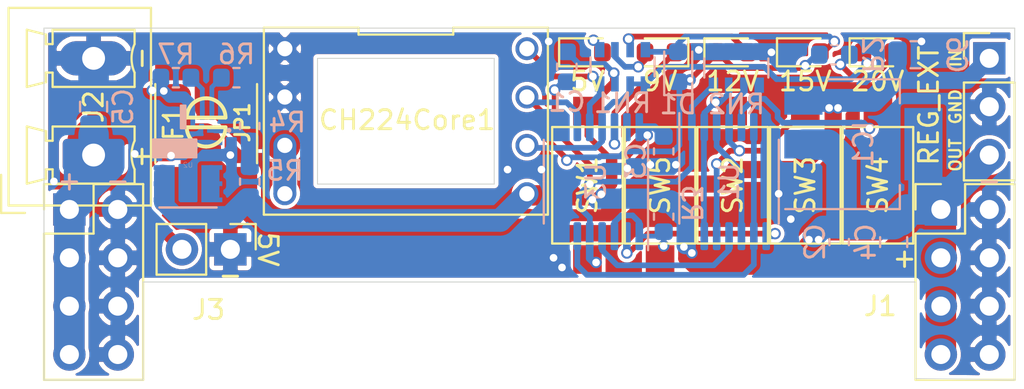
<source format=kicad_pcb>
(kicad_pcb (version 20171130) (host pcbnew "(5.1.6)-1")
  (layers (0 F.Cu signal) (31 B.Cu signal) (34 B.Paste user) (35 F.Paste user) (36 B.SilkS user) (37 F.SilkS user) (38 B.Mask user) (39 F.Mask user) (44 Edge.Cuts user))
  (net 0 "")
  (net 1 "Net-(12V1-Pad2)")
  (net 2 /CFG2)
  (net 3 "Net-(15V1-Pad2)")
  (net 4 GND)
  (net 5 "Net-(20V1-Pad2)")
  (net 6 /CFG3)
  (net 7 "Net-(5V1-Pad2)")
  (net 8 "Net-(5VSB1-Pad2)")
  (net 9 "Net-(9V1-Pad2)")
  (net 10 +3V3)
  (net 11 /VBUS)
  (net 12 "Net-(CH224Core1-Pad3)")
  (net 13 /CFG1)
  (net 14 "Net-(R4-Pad2)")
  (net 15 "Net-(R6-Pad1)")
  (net 16 "Net-(R7-Pad1)")
  (net 17 /LED)
  (net 18 "Net-(U2-Pad15)")
  (net 19 "Net-(U2-Pad11)")
  (net 20 "Net-(U2-Pad10)")
  (net 21 "Net-(U2-Pad4)")
  (net 22 /V5)
  (net 23 /V9)
  (net 24 /V20)
  (net 25 /V15)
  (net 26 /V12)
  (net 27 "Net-(U1-Pad11)")
  (net 28 "Net-(U1-Pad10)")
  (net 29 "Net-(U1-Pad6)")
  (net 30 "Net-(U1-Pad8)")
  (net 31 "Net-(U3-Pad15)")
  (module MPM3620AGQV-P:CONV_MPM3620AGQV-P (layer B.Cu) (at 130.683 116.7765 180)
    (fp_text reference U2 (at 0 -0.2667) (layer B.SilkS) (effects (font (size 0.267887 0.267887) (thickness 0.015)) (justify mirror)))
    (fp_text value MPM3620GQV-Z)
    (pad 20 smd rect (at 1 -1.25 180) (size 0.6 1.95) (layers B.Cu B.Paste B.Mask) (net 10 +3V3))
    (pad 19 smd rect (at -1 -1.25 180) (size 0.6 1.95) (layers B.Cu B.Paste B.Mask) (net 21 "Net-(U2-Pad4)"))
    (pad 18 smd rect (at -1.25 2.45 180) (size 0.25 0.7) (layers B.Cu B.Paste B.Mask) (net 15 "Net-(R6-Pad1)"))
    (pad 17 smd rect (at -0.75 2.45 180) (size 0.25 0.7) (layers B.Cu B.Paste B.Mask) (net 16 "Net-(R7-Pad1)"))
    (pad 16 smd rect (at -0.25 2.25 180) (size 0.25 1.1) (layers B.Cu B.Paste B.Mask) (net 11 /VBUS))
    (pad 15 smd rect (at 0.25 2.25 180) (size 0.25 1.1) (layers B.SilkS) (net 18 "Net-(U2-Pad15)"))
    (pad 14 smd rect (at 0.75 2.45 180) (size 0.25 0.7) (layers B.Cu B.Paste B.Mask) (net 4 GND))
    (pad 13 smd rect (at 1.25 2.45 180) (size 0.25 0.7) (layers B.Cu B.Paste B.Mask) (net 4 GND))
    (pad 12 smd rect (at 1.45 1.55 180) (size 0.7 0.25) (layers B.Cu B.Paste B.Mask) (net 4 GND))
    (pad 11 smd rect (at 1.25 0.9 180) (size 1.1 0.25) (layers B.SilkS) (net 19 "Net-(U2-Pad11)"))
    (pad 10 smd rect (at 1.25 0.25 180) (size 1.1 0.25) (layers B.SilkS) (net 20 "Net-(U2-Pad10)"))
    (pad 9 smd rect (at 1.45 -0.4 180) (size 0.7 0.25) (layers B.Cu B.Paste B.Mask) (net 10 +3V3))
    (pad 8 smd rect (at 1.45 -1.25 180) (size 0.7 0.25) (layers B.Cu B.Paste B.Mask) (net 10 +3V3))
    (pad 7 smd rect (at 1.45 -2.1 180) (size 0.7 0.25) (layers B.Cu B.Paste B.Mask) (net 10 +3V3))
    (pad 6 smd rect (at -1.45 -2.1 180) (size 0.7 0.25) (layers B.Cu B.Paste B.Mask) (net 21 "Net-(U2-Pad4)"))
    (pad 5 smd rect (at -1.45 -1.25 180) (size 0.7 0.25) (layers B.Cu B.Paste B.Mask) (net 21 "Net-(U2-Pad4)"))
    (pad 4 smd rect (at -1.45 -0.4 180) (size 0.7 0.25) (layers B.Cu B.Paste B.Mask) (net 21 "Net-(U2-Pad4)"))
    (pad 3 smd rect (at -1.25 0.25 180) (size 1.1 0.25) (layers B.Cu B.Paste B.Mask) (net 4 GND))
    (pad 2 smd rect (at -1.25 0.9 180) (size 1.1 0.25) (layers B.Cu B.Paste B.Mask) (net 8 "Net-(5VSB1-Pad2)"))
    (pad 1 smd rect (at -1.4 1.55 180) (size 0.8 0.25) (layers B.Cu B.Paste B.Mask) (net 14 "Net-(R4-Pad2)"))
  )
  (module Connector_PinHeader_2.54mm:PinHeader_2x04_P2.54mm_Vertical (layer F.Cu) (at 124.46 119.38)
    (fp_text reference J3 (at 7.3025 5.2705) (layer F.SilkS))
    (fp_text value Conn_02x04_Counter_Clockwise)
    (pad 5 thru_hole oval (at 2.54 7.62) (size 1.7 1.7) (drill 1) (layers *.Cu *.Mask) (net 4 GND))
    (pad 4 thru_hole oval (at 0 7.62) (size 1.7 1.7) (drill 1) (layers *.Cu *.Mask) (net 11 /VBUS))
    (pad 6 thru_hole oval (at 2.54 5.08) (size 1.7 1.7) (drill 1) (layers *.Cu *.Mask) (net 4 GND))
    (pad 3 thru_hole oval (at 0 5.08) (size 1.7 1.7) (drill 1) (layers *.Cu *.Mask) (net 11 /VBUS))
    (pad 7 thru_hole oval (at 2.54 2.54) (size 1.7 1.7) (drill 1) (layers *.Cu *.Mask) (net 4 GND))
    (pad 2 thru_hole oval (at 0 2.54) (size 1.7 1.7) (drill 1) (layers *.Cu *.Mask) (net 11 /VBUS))
    (pad 8 thru_hole oval (at 2.54 0) (size 1.7 1.7) (drill 1) (layers *.Cu *.Mask) (net 4 GND))
    (pad 1 thru_hole rect (at 0 0) (size 1.7 1.7) (drill 1) (layers *.Cu *.Mask) (net 11 /VBUS))
  )
  (module Connector_PinHeader_2.54mm:PinHeader_2x04_P2.54mm_Vertical (layer F.Cu) (at 170.18 119.38)
    (fp_text reference J1 (at -3.175 5.08) (layer F.SilkS))
    (fp_text value Conn_02x04_Counter_Clockwise)
    (pad 5 thru_hole oval (at 2.54 7.62) (size 1.7 1.7) (drill 1) (layers *.Cu *.Mask) (net 4 GND))
    (pad 4 thru_hole oval (at 0 7.62) (size 1.7 1.7) (drill 1) (layers *.Cu *.Mask) (net 10 +3V3))
    (pad 6 thru_hole oval (at 2.54 5.08) (size 1.7 1.7) (drill 1) (layers *.Cu *.Mask) (net 4 GND))
    (pad 3 thru_hole oval (at 0 5.08) (size 1.7 1.7) (drill 1) (layers *.Cu *.Mask) (net 10 +3V3))
    (pad 7 thru_hole oval (at 2.54 2.54) (size 1.7 1.7) (drill 1) (layers *.Cu *.Mask) (net 4 GND))
    (pad 2 thru_hole oval (at 0 2.54) (size 1.7 1.7) (drill 1) (layers *.Cu *.Mask) (net 10 +3V3))
    (pad 8 thru_hole oval (at 2.54 0) (size 1.7 1.7) (drill 1) (layers *.Cu *.Mask) (net 4 GND))
    (pad 1 thru_hole rect (at 0 0) (size 1.7 1.7) (drill 1) (layers *.Cu *.Mask) (net 10 +3V3))
  )
  (module Capacitor_SMD:C_0603_1608Metric (layer B.Cu) (at 155.6385 116.332 90)
    (fp_text reference C3 (at -0.508 -1.4605 90) (layer B.SilkS) (effects (justify mirror)))
    (fp_text value 1u)
    (pad 2 smd roundrect (at 0.7875 0 90) (size 0.875 0.95) (layers B.Cu B.Paste B.Mask) (net 10 +3V3))
    (pad 1 smd roundrect (at -0.7875 0 90) (size 0.875 0.95) (layers B.Cu B.Paste B.Mask) (net 4 GND))
  )
  (module Package_SO:TSSOP-16_4.4x5mm_P0.65mm (layer B.Cu) (at 152.0825 117.9195 90)
    (fp_text reference U3 (at 0 0 -90) (layer B.SilkS) (effects (justify mirror)))
    (fp_text value 74LVC161)
    (pad 16 smd roundrect (at 2.8625 2.275 90) (size 1.475 0.4) (layers B.Cu B.Paste B.Mask) (net 10 +3V3))
    (pad 15 smd roundrect (at 2.8625 1.625 90) (size 1.475 0.4) (layers B.Cu B.Paste B.Mask) (net 31 "Net-(U3-Pad15)"))
    (pad 14 smd roundrect (at 2.8625 0.975 90) (size 1.475 0.4) (layers B.Cu B.Paste B.Mask) (net 17 /LED))
    (pad 13 smd roundrect (at 2.8625 0.325 90) (size 1.475 0.4) (layers B.Cu B.Paste B.Mask) (net 6 /CFG3))
    (pad 12 smd roundrect (at 2.8625 -0.325 90) (size 1.475 0.4) (layers B.Cu B.Paste B.Mask) (net 13 /CFG1))
    (pad 11 smd roundrect (at 2.8625 -0.975 90) (size 1.475 0.4) (layers B.Cu B.Paste B.Mask) (net 2 /CFG2))
    (pad 10 smd roundrect (at 2.8625 -1.625 90) (size 1.475 0.4) (layers B.Cu B.Paste B.Mask) (net 4 GND))
    (pad 9 smd roundrect (at 2.8625 -2.275 90) (size 1.475 0.4) (layers B.Cu B.Paste B.Mask) (net 4 GND))
    (pad 8 smd roundrect (at -2.8625 -2.275 90) (size 1.475 0.4) (layers B.Cu B.Paste B.Mask) (net 4 GND))
    (pad 7 smd roundrect (at -2.8625 -1.625 90) (size 1.475 0.4) (layers B.Cu B.Paste B.Mask) (net 4 GND))
    (pad 6 smd roundrect (at -2.8625 -0.975 90) (size 1.475 0.4) (layers B.Cu B.Paste B.Mask) (net 29 "Net-(U1-Pad6)"))
    (pad 5 smd roundrect (at -2.8625 -0.325 90) (size 1.475 0.4) (layers B.Cu B.Paste B.Mask) (net 22 /V5))
    (pad 4 smd roundrect (at -2.8625 0.325 90) (size 1.475 0.4) (layers B.Cu B.Paste B.Mask) (net 27 "Net-(U1-Pad11)"))
    (pad 3 smd roundrect (at -2.8625 0.975 90) (size 1.475 0.4) (layers B.Cu B.Paste B.Mask) (net 23 /V9))
    (pad 2 smd roundrect (at -2.8625 1.625 90) (size 1.475 0.4) (layers B.Cu B.Paste B.Mask) (net 30 "Net-(U1-Pad8)"))
    (pad 1 smd roundrect (at -2.8625 2.275 90) (size 1.475 0.4) (layers B.Cu B.Paste B.Mask) (net 23 /V9))
  )
  (module Package_SO:TSSOP-14_4.4x5mm_P0.65mm (layer B.Cu) (at 159.0675 117.9195 270)
    (fp_text reference U1 (at 0 0 90) (layer B.SilkS) (effects (justify mirror)))
    (fp_text value 74LS32)
    (pad 14 smd roundrect (at 2.8625 1.95 270) (size 1.475 0.4) (layers B.Cu B.Paste B.Mask) (net 10 +3V3))
    (pad 13 smd roundrect (at 2.8625 1.3 270) (size 1.475 0.4) (layers B.Cu B.Paste B.Mask) (net 26 /V12))
    (pad 12 smd roundrect (at 2.8625 0.65 270) (size 1.475 0.4) (layers B.Cu B.Paste B.Mask) (net 25 /V15))
    (pad 11 smd roundrect (at 2.8625 0 270) (size 1.475 0.4) (layers B.Cu B.Paste B.Mask) (net 27 "Net-(U1-Pad11)"))
    (pad 10 smd roundrect (at 2.8625 -0.65 270) (size 1.475 0.4) (layers B.Cu B.Paste B.Mask) (net 28 "Net-(U1-Pad10)"))
    (pad 9 smd roundrect (at 2.8625 -1.3 270) (size 1.475 0.4) (layers B.Cu B.Paste B.Mask) (net 29 "Net-(U1-Pad6)"))
    (pad 8 smd roundrect (at 2.8625 -1.95 270) (size 1.475 0.4) (layers B.Cu B.Paste B.Mask) (net 30 "Net-(U1-Pad8)"))
    (pad 7 smd roundrect (at -2.8625 -1.95 270) (size 1.475 0.4) (layers B.Cu B.Paste B.Mask) (net 4 GND))
    (pad 6 smd roundrect (at -2.8625 -1.3 270) (size 1.475 0.4) (layers B.Cu B.Paste B.Mask) (net 29 "Net-(U1-Pad6)"))
    (pad 5 smd roundrect (at -2.8625 -0.65 270) (size 1.475 0.4) (layers B.Cu B.Paste B.Mask) (net 24 /V20))
    (pad 4 smd roundrect (at -2.8625 0 270) (size 1.475 0.4) (layers B.Cu B.Paste B.Mask) (net 25 /V15))
    (pad 3 smd roundrect (at -2.8625 0.65 270) (size 1.475 0.4) (layers B.Cu B.Paste B.Mask) (net 28 "Net-(U1-Pad10)"))
    (pad 2 smd roundrect (at -2.8625 1.3 270) (size 1.475 0.4) (layers B.Cu B.Paste B.Mask) (net 26 /V12))
    (pad 1 smd roundrect (at -2.8625 1.95 270) (size 1.475 0.4) (layers B.Cu B.Paste B.Mask) (net 22 /V5))
  )
  (module LED_SMD:LED_0603_1608Metric (layer F.Cu) (at 151.638 111.125)
    (fp_text reference 5V (at 0 1.524) (layer F.SilkS))
    (fp_text value LED)
    (pad 2 smd roundrect (at 0.7875 0) (size 0.875 0.95) (layers F.Cu F.Paste F.Mask) (net 7 "Net-(5V1-Pad2)"))
    (pad 1 smd roundrect (at -0.7875 0) (size 0.875 0.95) (layers F.Cu F.Paste F.Mask) (net 4 GND))
  )
  (module LED_SMD:LED_0603_1608Metric (layer F.Cu) (at 166.878 111.125)
    (fp_text reference 20V (at 0 1.524) (layer F.SilkS))
    (fp_text value LED)
    (pad 2 smd roundrect (at 0.7875 0) (size 0.875 0.95) (layers F.Cu F.Paste F.Mask) (net 5 "Net-(20V1-Pad2)"))
    (pad 1 smd roundrect (at -0.7875 0) (size 0.875 0.95) (layers F.Cu F.Paste F.Mask) (net 6 /CFG3))
  )
  (module LED_SMD:LED_0603_1608Metric (layer F.Cu) (at 163.068 111.125)
    (fp_text reference 15V (at 0 1.524) (layer F.SilkS))
    (fp_text value LED)
    (pad 2 smd roundrect (at 0.7875 0) (size 0.875 0.95) (layers F.Cu F.Paste F.Mask) (net 3 "Net-(15V1-Pad2)"))
    (pad 1 smd roundrect (at -0.7875 0) (size 0.875 0.95) (layers F.Cu F.Paste F.Mask) (net 4 GND))
  )
  (module LED_SMD:LED_0603_1608Metric (layer F.Cu) (at 159.258 111.125)
    (fp_text reference 12V (at 0 1.524) (layer F.SilkS))
    (fp_text value LED)
    (pad 2 smd roundrect (at 0.7875 0) (size 0.875 0.95) (layers F.Cu F.Paste F.Mask) (net 1 "Net-(12V1-Pad2)"))
    (pad 1 smd roundrect (at -0.7875 0) (size 0.875 0.95) (layers F.Cu F.Paste F.Mask) (net 2 /CFG2))
  )
  (module Package_DIP:DIP-8_W12.7mm (layer F.Cu) (at 142.113 114.7445 270)
    (fp_text reference CH224Core1 (at -0.0635 -0.0635) (layer F.SilkS))
    (fp_text value Conn_02x04_Counter_Clockwise)
    (pad 4 thru_hole circle (at 3.81 6.35 270) (size 1.2 1.2) (drill 0.8) (layers *.Cu *.Mask) (net 12 "Net-(CH224Core1-Pad3)"))
    (pad 5 thru_hole circle (at 3.81 -6.35 270) (size 1.2 1.2) (drill 0.8) (layers *.Cu *.Mask) (net 10 +3V3))
    (pad 3 thru_hole circle (at 1.27 6.35 270) (size 1.2 1.2) (drill 0.8) (layers *.Cu *.Mask) (net 12 "Net-(CH224Core1-Pad3)"))
    (pad 6 thru_hole circle (at 1.27 -6.35 270) (size 1.2 1.2) (drill 0.8) (layers *.Cu *.Mask) (net 6 /CFG3))
    (pad 2 thru_hole circle (at -1.27 6.35 270) (size 1.2 1.2) (drill 0.8) (layers *.Cu *.Mask) (net 4 GND))
    (pad 7 thru_hole circle (at -1.27 -6.35 270) (size 1.2 1.2) (drill 0.8) (layers *.Cu *.Mask) (net 2 /CFG2))
    (pad 1 thru_hole circle (at -3.81 6.35 270) (size 1.2 1.2) (drill 0.8) (layers *.Cu *.Mask) (net 4 GND))
    (pad 8 thru_hole circle (at -3.81 -6.35 270) (size 1.2 1.2) (drill 0.8) (layers *.Cu *.Mask) (net 13 /CFG1))
  )
  (module Button_Switch_SMD:SW_SPST_CK_RS282G05A3 (layer F.Cu) (at 155.448 118.11 90)
    (fp_text reference SW5 (at 0 0 90) (layer F.SilkS))
    (fp_text value SW_DIP_x01)
    (pad 2 smd rect (at 3.9 0 90) (size 1.5 1.5) (layers F.Cu F.Paste F.Mask) (net 4 GND))
    (pad 1 smd rect (at -3.9 0 90) (size 1.5 1.5) (layers F.Cu F.Paste F.Mask) (net 23 /V9))
  )
  (module Button_Switch_SMD:SW_SPST_CK_RS282G05A3 (layer F.Cu) (at 166.878 118.11 90)
    (fp_text reference SW4 (at 0 0 90) (layer F.SilkS))
    (fp_text value SW_DIP_x01)
    (pad 2 smd rect (at 3.9 0 90) (size 1.5 1.5) (layers F.Cu F.Paste F.Mask) (net 24 /V20))
    (pad 1 smd rect (at -3.9 0 90) (size 1.5 1.5) (layers F.Cu F.Paste F.Mask) (net 10 +3V3))
  )
  (module Button_Switch_SMD:SW_SPST_CK_RS282G05A3 (layer F.Cu) (at 163.068 118.11 90)
    (fp_text reference SW3 (at 0 0 90) (layer F.SilkS))
    (fp_text value SW_DIP_x01)
    (pad 2 smd rect (at 3.9 0 90) (size 1.5 1.5) (layers F.Cu F.Paste F.Mask) (net 25 /V15))
    (pad 1 smd rect (at -3.9 0 90) (size 1.5 1.5) (layers F.Cu F.Paste F.Mask) (net 10 +3V3))
  )
  (module Button_Switch_SMD:SW_SPST_CK_RS282G05A3 (layer F.Cu) (at 159.258 118.11 90)
    (fp_text reference SW2 (at 0 0 90) (layer F.SilkS))
    (fp_text value SW_DIP_x01)
    (pad 2 smd rect (at 3.9 0 90) (size 1.5 1.5) (layers F.Cu F.Paste F.Mask) (net 26 /V12))
    (pad 1 smd rect (at -3.9 0 90) (size 1.5 1.5) (layers F.Cu F.Paste F.Mask) (net 10 +3V3))
  )
  (module Button_Switch_SMD:SW_SPST_CK_RS282G05A3 (layer F.Cu) (at 151.638 118.11 270)
    (fp_text reference SW1 (at 0 0 90) (layer F.SilkS))
    (fp_text value SW_DIP_x01)
    (pad 2 smd rect (at 3.9 0 270) (size 1.5 1.5) (layers F.Cu F.Paste F.Mask) (net 22 /V5))
    (pad 1 smd rect (at -3.9 0 270) (size 1.5 1.5) (layers F.Cu F.Paste F.Mask) (net 10 +3V3))
  )
  (module Resistor_SMD:R_Array_Convex_4x0603 (layer B.Cu) (at 159.4485 111.9505 270)
    (fp_text reference RN2 (at 1.905 0) (layer B.SilkS) (effects (justify mirror)))
    (fp_text value R_Pack04)
    (pad 5 smd rect (at 0.9 -1.2 270) (size 0.8 0.5) (layers B.Cu B.Paste B.Mask) (net 24 /V20))
    (pad 6 smd rect (at 0.9 -0.4 270) (size 0.8 0.4) (layers B.Cu B.Paste B.Mask) (net 25 /V15))
    (pad 8 smd rect (at 0.9 1.2 270) (size 0.8 0.5) (layers B.Cu B.Paste B.Mask) (net 22 /V5))
    (pad 7 smd rect (at 0.9 0.4 270) (size 0.8 0.4) (layers B.Cu B.Paste B.Mask) (net 26 /V12))
    (pad 4 smd rect (at -0.9 -1.2 270) (size 0.8 0.5) (layers B.Cu B.Paste B.Mask) (net 4 GND))
    (pad 2 smd rect (at -0.9 0.4 270) (size 0.8 0.4) (layers B.Cu B.Paste B.Mask) (net 4 GND))
    (pad 3 smd rect (at -0.9 -0.4 270) (size 0.8 0.4) (layers B.Cu B.Paste B.Mask) (net 4 GND))
    (pad 1 smd rect (at -0.9 1.2 270) (size 0.8 0.5) (layers B.Cu B.Paste B.Mask) (net 4 GND))
  )
  (module Resistor_SMD:R_Array_Convex_4x0603 (layer B.Cu) (at 153.4795 111.887 270)
    (fp_text reference RN1 (at 1.905 0 180) (layer B.SilkS) (effects (justify mirror)))
    (fp_text value R_Pack04)
    (pad 5 smd rect (at 0.9 -1.2 270) (size 0.8 0.5) (layers B.Cu B.Paste B.Mask) (net 6 /CFG3))
    (pad 6 smd rect (at 0.9 -0.4 270) (size 0.8 0.4) (layers B.Cu B.Paste B.Mask) (net 6 /CFG3))
    (pad 8 smd rect (at 0.9 1.2 270) (size 0.8 0.5) (layers B.Cu B.Paste B.Mask) (net 13 /CFG1))
    (pad 7 smd rect (at 0.9 0.4 270) (size 0.8 0.4) (layers B.Cu B.Paste B.Mask) (net 10 +3V3))
    (pad 4 smd rect (at -0.9 -1.2 270) (size 0.8 0.5) (layers B.Cu B.Paste B.Mask) (net 3 "Net-(15V1-Pad2)"))
    (pad 2 smd rect (at -0.9 0.4 270) (size 0.8 0.4) (layers B.Cu B.Paste B.Mask) (net 9 "Net-(9V1-Pad2)"))
    (pad 3 smd rect (at -0.9 -0.4 270) (size 0.8 0.4) (layers B.Cu B.Paste B.Mask) (net 1 "Net-(12V1-Pad2)"))
    (pad 1 smd rect (at -0.9 1.2 270) (size 0.8 0.5) (layers B.Cu B.Paste B.Mask) (net 7 "Net-(5V1-Pad2)"))
  )
  (module Connector_PinHeader_2.54mm:PinHeader_1x03_P2.54mm_Vertical (layer F.Cu) (at 172.72 111.4425)
    (fp_text reference REG_EXT (at -3.175 2.4765 90) (layer F.SilkS))
    (fp_text value Conn_01x03)
    (pad 3 thru_hole oval (at 0 5.08) (size 1.7 1.7) (drill 1) (layers *.Cu *.Mask) (net 10 +3V3))
    (pad 2 thru_hole oval (at 0 2.54) (size 1.7 1.7) (drill 1) (layers *.Cu *.Mask) (net 4 GND))
    (pad 1 thru_hole rect (at 0 0) (size 1.7 1.7) (drill 1) (layers *.Cu *.Mask) (net 11 /VBUS))
  )
  (module Resistor_SMD:R_0603_1608Metric (layer B.Cu) (at 130.048 112.4585 180)
    (fp_text reference R7 (at 0 1.2319) (layer B.SilkS) (effects (justify mirror)))
    (fp_text value 4.7k)
    (pad 2 smd roundrect (at 0.7875 0 180) (size 0.875 0.95) (layers B.Cu B.Paste B.Mask) (net 11 /VBUS))
    (pad 1 smd roundrect (at -0.7875 0 180) (size 0.875 0.95) (layers B.Cu B.Paste B.Mask) (net 16 "Net-(R7-Pad1)"))
  )
  (module Resistor_SMD:R_0603_1608Metric (layer B.Cu) (at 133.223 112.4585)
    (fp_text reference R6 (at 0 -1.2319) (layer B.SilkS) (effects (justify mirror)))
    (fp_text value 56k)
    (pad 2 smd roundrect (at 0.7875 0) (size 0.875 0.95) (layers B.Cu B.Paste B.Mask) (net 4 GND))
    (pad 1 smd roundrect (at -0.7875 0) (size 0.875 0.95) (layers B.Cu B.Paste B.Mask) (net 15 "Net-(R6-Pad1)"))
  )
  (module Resistor_SMD:R_0603_1608Metric (layer B.Cu) (at 133.9215 117.9195 90)
    (fp_text reference R5 (at 0.5715 1.8415) (layer B.SilkS) (effects (justify mirror)))
    (fp_text value 160k)
    (pad 1 smd roundrect (at -0.7875 0 90) (size 0.875 0.95) (layers B.Cu B.Paste B.Mask) (net 10 +3V3))
    (pad 2 smd roundrect (at 0.7875 0 90) (size 0.875 0.95) (layers B.Cu B.Paste B.Mask) (net 14 "Net-(R4-Pad2)"))
  )
  (module Resistor_SMD:R_0603_1608Metric (layer B.Cu) (at 133.9215 114.9985 270)
    (fp_text reference R4 (at -0.1905 -1.9685) (layer B.SilkS) (effects (justify mirror)))
    (fp_text value 51k)
    (pad 2 smd roundrect (at 0.7875 0 270) (size 0.875 0.95) (layers B.Cu B.Paste B.Mask) (net 14 "Net-(R4-Pad2)"))
    (pad 1 smd roundrect (at -0.7875 0 270) (size 0.875 0.95) (layers B.Cu B.Paste B.Mask) (net 4 GND))
  )
  (module Resistor_SMD:R_0603_1608Metric (layer B.Cu) (at 155.6385 119.761 270)
    (fp_text reference R3 (at -0.6985 -1.4605 270 unlocked) (layer B.SilkS) (effects (justify mirror)))
    (fp_text value 4.7k)
    (pad 2 smd roundrect (at 0.7875 0 270) (size 0.875 0.95) (layers B.Cu B.Paste B.Mask) (net 23 /V9))
    (pad 1 smd roundrect (at -0.7875 0 270) (size 0.875 0.95) (layers B.Cu B.Paste B.Mask) (net 10 +3V3))
  )
  (module Resistor_SMD:R_0603_1608Metric (layer B.Cu) (at 164.592 111.252)
    (fp_text reference R2 (at 1.9812 0 270 unlocked) (layer B.SilkS) (effects (justify mirror)))
    (fp_text value 1.5k)
    (pad 2 smd roundrect (at 0.7875 0) (size 0.875 0.95) (layers B.Cu B.Paste B.Mask) (net 5 "Net-(20V1-Pad2)"))
    (pad 1 smd roundrect (at -0.7875 0) (size 0.875 0.95) (layers B.Cu B.Paste B.Mask) (net 2 /CFG2))
  )
  (module jumper:SOLDER-JUMPER_1-WAY (layer F.Cu) (at 131.6355 114.808 90)
    (fp_text reference JP1 (at 0 1.905 90) (layer F.SilkS) (effects (font (size 0.762 0.762) (thickness 0.1524))))
    (fp_text value Jumper hide)
    (pad 2 smd rect (at 0.65 0 90) (size 1 1) (layers F.Cu F.Paste F.Mask) (net 12 "Net-(CH224Core1-Pad3)"))
    (pad 1 smd rect (at -0.65 0 90) (size 1 1) (layers F.Cu F.Paste F.Mask) (net 11 /VBUS))
  )
  (module Connector_Phoenix_MC_HighVoltage:PhoenixContact_MCV_1,5_2-G-5.08_1x02_P5.08mm_Vertical (layer F.Cu) (at 125.73 116.5225 90)
    (fp_text reference J2 (at 2.54 0 90) (layer F.SilkS))
    (fp_text value Conn_01x02)
    (pad 1 thru_hole roundrect (at 0 0 90) (size 1.7 3.24) (drill 1.2) (layers *.Cu *.Mask) (roundrect_rratio 0.139) (net 11 /VBUS))
    (pad 2 thru_hole oval (at 5.08 0 90) (size 1.8 3.6) (drill 1.2) (layers *.Cu *.Mask) (net 4 GND))
  )
  (module Package_TO_SOT_SMD:SOT-223 (layer B.Cu) (at 166.116 115.951)
    (fp_text reference IC1 (at 0 0 270) (layer B.SilkS) (effects (justify mirror)))
    (fp_text value NCP1117)
    (pad 1 smd rect (at -3.15 2.3) (size 2 1.5) (layers B.Cu B.Paste B.Mask) (net 4 GND))
    (pad 3 smd rect (at -3.15 -2.3) (size 2 1.5) (layers B.Cu B.Paste B.Mask) (net 11 /VBUS))
    (pad 2 smd rect (at -3.15 0) (size 2 1.5) (layers B.Cu B.Paste B.Mask) (net 10 +3V3))
    (pad 4 smd rect (at 3.15 0) (size 2 3.8) (layers B.Cu B.Paste B.Mask) (net 10 +3V3))
  )
  (module Fuse:Fuse_2920_7451Metric_Castellated (layer F.Cu) (at 131.6355 114.8715 90)
    (fp_text reference F1 (at 0 -1.7145 90) (layer F.SilkS))
    (fp_text value Fuse)
    (pad 2 smd roundrect (at 3.4125 0 90) (size 2.275 5.35) (layers F.Cu F.Paste F.Mask) (roundrect_rratio 0.10989) (net 12 "Net-(CH224Core1-Pad3)"))
    (pad 1 smd roundrect (at -3.4125 0 90) (size 2.275 5.35) (layers F.Cu F.Paste F.Mask) (roundrect_rratio 0.10989) (net 11 /VBUS))
  )
  (module Diode_SMD:D_0603_1608Metric (layer B.Cu) (at 156.4005 111.887 90)
    (fp_text reference D1 (at -1.9685 0) (layer B.SilkS) (effects (justify mirror)))
    (fp_text value D)
    (pad 2 smd roundrect (at 0.7875 0 90) (size 0.875 0.95) (layers B.Cu B.Paste B.Mask) (net 3 "Net-(15V1-Pad2)"))
    (pad 1 smd roundrect (at -0.7875 0 90) (size 0.875 0.95) (layers B.Cu B.Paste B.Mask) (net 2 /CFG2))
  )
  (module Capacitor_SMD:C_0805_2012Metric (layer B.Cu) (at 168.8465 111.252 180)
    (fp_text reference C6 (at -2.1463 0 270 unlocked) (layer B.SilkS) (effects (justify mirror)))
    (fp_text value 10u)
    (pad 2 smd roundrect (at 0.9375 0 180) (size 0.975 1.4) (layers B.Cu B.Paste B.Mask) (net 11 /VBUS))
    (pad 1 smd roundrect (at -0.9375 0 180) (size 0.975 1.4) (layers B.Cu B.Paste B.Mask) (net 4 GND))
  )
  (module Capacitor_SMD:C_0805_2012Metric (layer B.Cu) (at 125.73 113.9825 270)
    (fp_text reference C5 (at 0.0127 -1.5494 90) (layer B.SilkS) (effects (justify mirror)))
    (fp_text value 47u)
    (pad 2 smd roundrect (at 0.9375 0 270) (size 0.975 1.4) (layers B.Cu B.Paste B.Mask) (net 11 /VBUS))
    (pad 1 smd roundrect (at -0.9375 0 270) (size 0.975 1.4) (layers B.Cu B.Paste B.Mask) (net 4 GND))
  )
  (module Capacitor_SMD:C_0805_2012Metric (layer B.Cu) (at 167.7035 121.0945 90)
    (fp_text reference C4 (at 0 -1.4605 270) (layer B.SilkS) (effects (justify mirror)))
    (fp_text value 22u)
    (pad 2 smd roundrect (at 0.9375 0 90) (size 0.975 1.4) (layers B.Cu B.Paste B.Mask) (net 10 +3V3))
    (pad 1 smd roundrect (at -0.9375 0 90) (size 0.975 1.4) (layers B.Cu B.Paste B.Mask) (net 4 GND))
  )
  (module Capacitor_SMD:C_0603_1608Metric (layer B.Cu) (at 164.846 121.0945 90)
    (fp_text reference C2 (at 0 -1.27 90) (layer B.SilkS) (effects (justify mirror)))
    (fp_text value 1u)
    (pad 2 smd roundrect (at 0.7875 0 90) (size 0.875 0.95) (layers B.Cu B.Paste B.Mask) (net 10 +3V3))
    (pad 1 smd roundrect (at -0.7875 0 90) (size 0.875 0.95) (layers B.Cu B.Paste B.Mask) (net 4 GND))
  )
  (module Capacitor_SMD:C_0603_1608Metric (layer B.Cu) (at 150.5585 111.887 90)
    (fp_text reference C1 (at -1.8415 0 180) (layer B.SilkS) (effects (justify mirror)))
    (fp_text value 1u)
    (pad 2 smd roundrect (at 0.7875 0 90) (size 0.875 0.95) (layers B.Cu B.Paste B.Mask) (net 10 +3V3))
    (pad 1 smd roundrect (at -0.7875 0 90) (size 0.875 0.95) (layers B.Cu B.Paste B.Mask) (net 22 /V5))
  )
  (module LED_SMD:LED_0603_1608Metric (layer F.Cu) (at 155.448 111.125 180)
    (fp_text reference 9V (at 0 -1.524) (layer F.SilkS))
    (fp_text value LED)
    (pad 2 smd roundrect (at 0.7875 0 180) (size 0.875 0.95) (layers F.Cu F.Paste F.Mask) (net 9 "Net-(9V1-Pad2)"))
    (pad 1 smd roundrect (at -0.7875 0 180) (size 0.875 0.95) (layers F.Cu F.Paste F.Mask) (net 17 /LED))
  )
  (module Connector_PinHeader_2.54mm:PinHeader_1x02_P2.54mm_Vertical (layer F.Cu) (at 132.9055 121.4755 270)
    (fp_text reference 5V (at 0 -1.9685 270 unlocked) (layer F.SilkS))
    (fp_text value Conn_01x02)
    (pad 1 thru_hole rect (at 0 0 270) (size 1.7 1.7) (drill 1) (layers *.Cu *.Mask) (net 4 GND))
    (pad 2 thru_hole oval (at 0 2.54 270) (size 1.7 1.7) (drill 1) (layers *.Cu *.Mask) (net 8 "Net-(5VSB1-Pad2)"))
  )
  (gr_text - (at 172.72 117.856) (layer B.SilkS) (effects (font (size 1 1)) (justify mirror)))
  (gr_text + (at 124.46 117.856) (layer B.SilkS) (effects (font (size 1 1)) (justify mirror)))
  (gr_text - (at 127 117.856) (layer B.SilkS) (effects (font (size 1 1)) (justify mirror)))
  (gr_text + (at 168.275 121.92) (layer F.SilkS) (effects (font (size 1 1))))
  (gr_text - (at 132.9055 122.809) (layer F.SilkS) (effects (font (size 1 1))))
  (gr_text + (at 128.27 116.5225) (layer F.SilkS) (effects (font (size 1 1))))
  (gr_text - (at 128.2065 111.4425 90) (layer F.SilkS) (effects (font (size 1 1))))
  (gr_text OUT (at 170.942 116.5225 90) (layer F.SilkS) (effects (font (size 0.6 0.6) (thickness 0.12))))
  (gr_text GND (at 170.942 113.9825 90) (layer F.SilkS) (effects (font (size 0.6 0.6) (thickness 0.12))))
  (gr_text IN (at 170.942 111.4425 90) (layer F.SilkS) (effects (font (size 0.6 0.6) (thickness 0.12))))
  (gr_poly (pts (xy 130.556 115.1255) (xy 130.302 115.1255) (xy 130.302 113.919) (xy 130.556 113.919)) (layer B.SilkS) (width 0.1))
  (gr_poly (pts (xy 131.1275 116.6495) (xy 128.8415 116.6495) (xy 128.8415 115.697) (xy 131.1275 115.697)) (layer B.SilkS) (width 0.1))
  (gr_line (start 137.4775 118.0465) (end 137.4775 111.4425) (layer Edge.Cuts) (width 0.05))
  (gr_line (start 146.7485 118.0465) (end 137.4775 118.0465) (layer Edge.Cuts) (width 0.05))
  (gr_line (start 146.7485 111.4425) (end 146.7485 118.0465) (layer Edge.Cuts) (width 0.05))
  (gr_line (start 137.4775 111.4425) (end 146.7485 111.4425) (layer Edge.Cuts) (width 0.05))
  (gr_line (start 123.1265 128.3335) (end 123.1265 109.855) (layer Edge.Cuts) (width 0.05))
  (gr_line (start 128.3335 128.3335) (end 123.1265 128.3335) (layer Edge.Cuts) (width 0.05))
  (gr_line (start 128.3335 123.19) (end 128.3335 128.3335) (layer Edge.Cuts) (width 0.05))
  (gr_line (start 168.8465 123.19) (end 128.3335 123.19) (layer Edge.Cuts) (width 0.05))
  (gr_line (start 168.8465 128.27) (end 168.8465 123.19) (layer Edge.Cuts) (width 0.05))
  (gr_line (start 174.0535 128.3335) (end 168.8465 128.27) (layer Edge.Cuts) (width 0.05))
  (gr_line (start 174.0535 109.855) (end 174.0535 128.3335) (layer Edge.Cuts) (width 0.05))
  (gr_line (start 123.1265 109.855) (end 174.0535 109.855) (layer Edge.Cuts) (width 0.05))
  (via (at 153.796994 110.4265) (size 0.6) (drill 0.4) (layers F.Cu B.Cu) (net 1))
  (segment (start 153.923994 110.2995) (end 153.796994 110.4265) (width 0.3) (layer F.Cu) (net 1))
  (segment (start 160.0455 111.125) (end 159.22 110.2995) (width 0.3) (layer F.Cu) (net 1))
  (segment (start 159.22 110.2995) (end 153.923994 110.2995) (width 0.3) (layer F.Cu) (net 1))
  (segment (start 153.8795 110.509006) (end 153.796994 110.4265) (width 0.3) (layer B.Cu) (net 1))
  (segment (start 153.8795 110.987) (end 153.8795 110.509006) (width 0.3) (layer B.Cu) (net 1))
  (segment (start 163.639498 111.252) (end 163.067998 111.8235) (width 0.3) (layer B.Cu) (net 2))
  (segment (start 163.8045 111.252) (end 163.639498 111.252) (width 0.3) (layer B.Cu) (net 2))
  (via (at 163.067998 111.8235) (size 0.6) (drill 0.4) (layers F.Cu B.Cu) (net 2))
  (segment (start 157.02275 112.57275) (end 158.4705 111.125) (width 0.3) (layer F.Cu) (net 2))
  (via (at 157.02275 112.57275) (size 0.6) (drill 0.3) (layers F.Cu B.Cu) (net 2))
  (segment (start 156.50225 112.57275) (end 156.4005 112.6745) (width 0.3) (layer B.Cu) (net 2))
  (segment (start 157.02275 112.57275) (end 156.50225 112.57275) (width 0.3) (layer B.Cu) (net 2))
  (segment (start 150.542736 113.754736) (end 148.743236 113.754736) (width 0.3) (layer B.Cu) (net 2))
  (segment (start 148.743236 113.754736) (end 148.463 113.4745) (width 0.3) (layer B.Cu) (net 2))
  (segment (start 151.1075 115.057) (end 151.1075 114.3195) (width 0.3) (layer B.Cu) (net 2))
  (segment (start 151.1075 114.3195) (end 150.542736 113.754736) (width 0.3) (layer B.Cu) (net 2))
  (via (at 150.5585 116.794536) (size 0.6) (drill 0.4) (layers F.Cu B.Cu) (net 2))
  (segment (start 152.259518 116.636018) (end 152.251015 116.644521) (width 0.3) (layer B.Cu) (net 2))
  (segment (start 152.251015 116.644521) (end 150.708515 116.644521) (width 0.3) (layer B.Cu) (net 2))
  (segment (start 150.708515 116.644521) (end 150.5585 116.794536) (width 0.3) (layer B.Cu) (net 2))
  (segment (start 162.940998 111.9505) (end 163.067998 111.8235) (width 0.3) (layer F.Cu) (net 2))
  (segment (start 158.4705 111.125) (end 159.296 111.9505) (width 0.3) (layer F.Cu) (net 2))
  (segment (start 159.296 111.9505) (end 162.940998 111.9505) (width 0.3) (layer F.Cu) (net 2))
  (segment (start 152.309536 116.586) (end 152.251015 116.644521) (width 0.3) (layer B.Cu) (net 2))
  (segment (start 153.3525 116.586) (end 152.309536 116.586) (width 0.3) (layer B.Cu) (net 2))
  (segment (start 156.46351 112.73751) (end 156.46351 115.99884) (width 0.3) (layer B.Cu) (net 2))
  (segment (start 156.4005 112.6745) (end 156.46351 112.73751) (width 0.3) (layer B.Cu) (net 2))
  (segment (start 156.46351 115.99884) (end 156.13035 116.332) (width 0.3) (layer B.Cu) (net 2))
  (segment (start 156.13035 116.332) (end 153.6065 116.332) (width 0.3) (layer B.Cu) (net 2))
  (segment (start 153.6065 116.332) (end 153.3525 116.586) (width 0.3) (layer B.Cu) (net 2))
  (segment (start 150.5585 116.732232) (end 150.5585 116.794536) (width 0.3) (layer F.Cu) (net 2))
  (segment (start 149.4155 115.589232) (end 150.5585 116.732232) (width 0.3) (layer F.Cu) (net 2))
  (segment (start 148.463 113.4745) (end 149.4155 114.427) (width 0.3) (layer F.Cu) (net 2))
  (segment (start 149.4155 114.427) (end 149.4155 115.589232) (width 0.3) (layer F.Cu) (net 2))
  (segment (start 154.792 111.0995) (end 154.6795 110.987) (width 0.3) (layer B.Cu) (net 3))
  (segment (start 156.4005 111.0995) (end 154.792 111.0995) (width 0.3) (layer B.Cu) (net 3))
  (via (at 164.592 110.5535) (size 0.6) (drill 0.4) (layers F.Cu B.Cu) (net 3))
  (segment (start 164.338 110.2995) (end 164.592 110.5535) (width 0.3) (layer B.Cu) (net 3))
  (segment (start 156.763 110.2995) (end 164.338 110.2995) (width 0.3) (layer B.Cu) (net 3))
  (segment (start 156.4005 111.0995) (end 156.4005 110.662) (width 0.3) (layer B.Cu) (net 3))
  (segment (start 156.4005 110.662) (end 156.763 110.2995) (width 0.3) (layer B.Cu) (net 3))
  (segment (start 164.0205 111.125) (end 164.592 110.5535) (width 0.3) (layer F.Cu) (net 3))
  (segment (start 163.8555 111.125) (end 164.0205 111.125) (width 0.3) (layer F.Cu) (net 3))
  (segment (start 155.448 114.083) (end 155.448 114.935) (width 0.3) (layer F.Cu) (net 4))
  (segment (start 155.448 114.935) (end 155.448 114.935) (width 0.3) (layer F.Cu) (net 4))
  (via (at 157.48 110.998) (size 0.6) (drill 0.4) (layers F.Cu B.Cu) (net 4))
  (via (at 161.29 111.125) (size 0.6) (drill 0.4) (layers F.Cu B.Cu) (net 4))
  (via (at 156.2735 117.0305) (size 0.6) (drill 0.4) (layers F.Cu B.Cu) (net 4))
  (segment (start 125.73 111.4425) (end 125.73 112.522) (width 1.6) (layer B.Cu) (net 4))
  (via (at 169.164 110.5535) (size 0.6) (drill 0.4) (layers F.Cu B.Cu) (net 4))
  (via (at 149.606 110.5535) (size 0.6) (drill 0.4) (layers F.Cu B.Cu) (net 4))
  (via (at 132.9055 116.5225) (size 0.6) (drill 0.4) (layers F.Cu B.Cu) (net 4))
  (via (at 154.94 117.0305) (size 0.6) (drill 0.4) (layers F.Cu B.Cu) (net 4))
  (via (at 153.7335 117.221) (size 0.6) (drill 0.4) (layers F.Cu B.Cu) (net 4))
  (via (at 162.306 119.888) (size 0.6) (drill 0.4) (layers F.Cu B.Cu) (net 4))
  (via (at 161.671 118.5545) (size 0.6) (drill 0.4) (layers F.Cu B.Cu) (net 4))
  (via (at 149.86 121.92) (size 0.6) (drill 0.4) (layers F.Cu B.Cu) (net 4))
  (via (at 150.3045 122.428) (size 0.6) (drill 0.4) (layers F.Cu B.Cu) (net 4))
  (via (at 147.447 117.2845) (size 0.6) (drill 0.4) (layers F.Cu B.Cu) (net 4))
  (via (at 149.225 117.2845) (size 0.6) (drill 0.4) (layers F.Cu B.Cu) (net 4))
  (via (at 123.6472 117.9068) (size 0.6) (drill 0.4) (layers F.Cu B.Cu) (net 4))
  (via (at 127.889 116.459) (size 0.6) (drill 0.4) (layers F.Cu B.Cu) (net 4))
  (segment (start 164.9095 111.76) (end 164.9095 111.76) (width 0.3) (layer F.Cu) (net 5))
  (via (at 164.909498 111.759998) (size 0.6) (drill 0.4) (layers F.Cu B.Cu) (net 5))
  (segment (start 164.909498 111.722002) (end 165.3795 111.252) (width 0.3) (layer B.Cu) (net 5))
  (segment (start 164.909498 111.759998) (end 164.909498 111.722002) (width 0.3) (layer B.Cu) (net 5))
  (segment (start 166.735999 112.346501) (end 165.496001 112.346501) (width 0.3) (layer F.Cu) (net 5))
  (segment (start 167.6655 111.125) (end 167.6655 111.417) (width 0.3) (layer F.Cu) (net 5))
  (segment (start 165.496001 112.346501) (end 164.909498 111.759998) (width 0.3) (layer F.Cu) (net 5))
  (segment (start 167.6655 111.417) (end 166.735999 112.346501) (width 0.3) (layer F.Cu) (net 5))
  (segment (start 154.6795 112.787) (end 153.8795 112.787) (width 0.25) (layer B.Cu) (net 6))
  (segment (start 166.4335 111.76) (end 166.4335 111.76) (width 0.3) (layer B.Cu) (net 6))
  (via (at 166.3065 111.6965) (size 0.6) (drill 0.4) (layers F.Cu B.Cu) (net 6))
  (segment (start 166.3065 111.341) (end 166.0905 111.125) (width 0.3) (layer F.Cu) (net 6))
  (segment (start 166.3065 111.6965) (end 166.3065 111.341) (width 0.3) (layer F.Cu) (net 6))
  (segment (start 165.465999 112.537001) (end 166.3065 111.6965) (width 0.3) (layer B.Cu) (net 6))
  (segment (start 160.909 111.887) (end 161.559001 112.537001) (width 0.3) (layer B.Cu) (net 6))
  (segment (start 161.559001 112.537001) (end 165.465999 112.537001) (width 0.3) (layer B.Cu) (net 6))
  (segment (start 154.6795 112.787) (end 155.5795 111.887) (width 0.3) (layer B.Cu) (net 6))
  (segment (start 155.5795 111.887) (end 160.909 111.887) (width 0.3) (layer B.Cu) (net 6))
  (segment (start 148.59301 116.14451) (end 148.463 116.0145) (width 0.3) (layer B.Cu) (net 6))
  (segment (start 152.05749 116.14451) (end 148.59301 116.14451) (width 0.3) (layer B.Cu) (net 6))
  (segment (start 152.4075 115.7945) (end 152.05749 116.14451) (width 0.3) (layer B.Cu) (net 6))
  (segment (start 152.4075 115.057) (end 152.4075 115.7945) (width 0.3) (layer B.Cu) (net 6))
  (segment (start 153.8795 113.2015) (end 153.8795 112.787) (width 0.3) (layer B.Cu) (net 6))
  (segment (start 153.3525 113.7285) (end 153.8795 113.2015) (width 0.3) (layer B.Cu) (net 6))
  (segment (start 153.012086 113.7285) (end 153.3525 113.7285) (width 0.3) (layer B.Cu) (net 6))
  (segment (start 152.4075 115.057) (end 152.4075 114.333086) (width 0.3) (layer B.Cu) (net 6))
  (segment (start 152.4075 114.333086) (end 153.012086 113.7285) (width 0.3) (layer B.Cu) (net 6))
  (segment (start 152.4255 111.125) (end 152.4255 110.96) (width 0.3) (layer F.Cu) (net 7))
  (segment (start 152.4255 110.96) (end 151.9555 110.49) (width 0.3) (layer F.Cu) (net 7))
  (segment (start 151.9555 110.49) (end 151.9555 110.49) (width 0.3) (layer F.Cu) (net 7))
  (via (at 151.9555 110.49) (size 0.6) (drill 0.4) (layers F.Cu B.Cu) (net 7))
  (segment (start 152.2795 110.814) (end 151.9555 110.49) (width 0.3) (layer B.Cu) (net 7))
  (segment (start 152.2795 110.987) (end 152.2795 110.814) (width 0.3) (layer B.Cu) (net 7))
  (segment (start 131.933 115.8765) (end 131.202004 115.8765) (width 0.3) (layer B.Cu) (net 8))
  (segment (start 131.933 115.8765) (end 131.1165 115.8765) (width 0.3) (layer B.Cu) (net 8))
  (segment (start 130.3655 121.4755) (end 128.46049 119.57049) (width 0.6) (layer F.Cu) (net 8))
  (segment (start 131.1275 115.951004) (end 130.4925 116.586004) (width 0.4) (layer B.Cu) (net 8))
  (segment (start 128.46049 117.085832) (end 128.994842 116.55148) (width 0.6) (layer F.Cu) (net 8))
  (segment (start 128.46049 119.57049) (end 128.46049 117.085832) (width 0.6) (layer F.Cu) (net 8))
  (segment (start 128.994842 116.55148) (end 129.794004 116.55148) (width 0.6) (layer F.Cu) (net 8))
  (segment (start 129.828528 116.586004) (end 129.794004 116.55148) (width 0.4) (layer B.Cu) (net 8))
  (segment (start 130.4925 116.586004) (end 129.828528 116.586004) (width 0.4) (layer B.Cu) (net 8))
  (via (at 129.794004 116.55148) (size 0.6) (drill 0.4) (layers F.Cu B.Cu) (net 8))
  (segment (start 154.6605 111.125) (end 154.6605 111.2265) (width 0.3) (layer F.Cu) (net 9))
  (via (at 154.304998 111.887) (size 0.6) (drill 0.4) (layers F.Cu B.Cu) (net 9))
  (segment (start 154.6605 111.125) (end 154.6605 111.531498) (width 0.3) (layer F.Cu) (net 9))
  (segment (start 154.6605 111.531498) (end 154.304998 111.887) (width 0.3) (layer F.Cu) (net 9))
  (segment (start 154.241498 111.8235) (end 154.304998 111.887) (width 0.3) (layer B.Cu) (net 9))
  (segment (start 153.0795 111.355248) (end 153.0795 110.987) (width 0.3) (layer B.Cu) (net 9))
  (segment (start 154.304998 111.887) (end 153.611252 111.887) (width 0.3) (layer B.Cu) (net 9))
  (segment (start 153.611252 111.887) (end 153.0795 111.355248) (width 0.3) (layer B.Cu) (net 9))
  (segment (start 153.0795 112.787) (end 153.0795 112.274502) (width 0.3) (layer B.Cu) (net 10))
  (via (at 153.022251 112.217253) (size 0.6) (drill 0.4) (layers F.Cu B.Cu) (net 10))
  (segment (start 153.0795 112.274502) (end 153.022251 112.217253) (width 0.3) (layer B.Cu) (net 10))
  (segment (start 151.196001 111.737001) (end 150.5585 111.0995) (width 0.3) (layer B.Cu) (net 10))
  (segment (start 153.022251 112.217253) (end 152.541999 111.737001) (width 0.3) (layer B.Cu) (net 10))
  (segment (start 152.541999 111.737001) (end 151.196001 111.737001) (width 0.3) (layer B.Cu) (net 10))
  (segment (start 153.022251 112.698749) (end 151.638 114.083) (width 0.4) (layer F.Cu) (net 10))
  (segment (start 153.022251 112.217253) (end 153.022251 112.698749) (width 0.4) (layer F.Cu) (net 10))
  (segment (start 159.258 121.883) (end 163.068 121.883) (width 0.4) (layer F.Cu) (net 10))
  (segment (start 163.068 121.883) (end 166.878 121.883) (width 0.4) (layer F.Cu) (net 10))
  (segment (start 164.846 120.307) (end 164.427 120.307) (width 0.4) (layer B.Cu) (net 10))
  (segment (start 163.7665 120.9675) (end 163.7665 120.9675) (width 0.4) (layer B.Cu) (net 10))
  (via (at 163.7665 120.9675) (size 0.6) (drill 0.4) (layers F.Cu B.Cu) (net 10))
  (segment (start 163.068 121.666) (end 163.7665 120.9675) (width 0.4) (layer F.Cu) (net 10))
  (segment (start 163.068 121.883) (end 163.068 121.666) (width 0.4) (layer F.Cu) (net 10))
  (segment (start 170.18 127) (end 170.18 119.38) (width 1.6) (layer F.Cu) (net 10))
  (segment (start 167.5535 120.307) (end 167.7035 120.157) (width 0.3) (layer B.Cu) (net 10))
  (segment (start 164.846 120.307) (end 167.5535 120.307) (width 0.3) (layer B.Cu) (net 10))
  (segment (start 170.143 121.883) (end 170.18 121.92) (width 0.4) (layer F.Cu) (net 10))
  (segment (start 166.878 121.883) (end 170.143 121.883) (width 0.4) (layer F.Cu) (net 10))
  (segment (start 170.18 119.126) (end 170.18 119.38) (width 1.2) (layer F.Cu) (net 10))
  (segment (start 155.151 115.057) (end 155.6385 115.5445) (width 0.4) (layer B.Cu) (net 10))
  (segment (start 154.3575 115.057) (end 155.151 115.057) (width 0.4) (layer B.Cu) (net 10))
  (segment (start 148.463 118.5545) (end 148.7805 118.872) (width 0.6) (layer F.Cu) (net 10))
  (segment (start 148.7805 118.872) (end 151.892 118.872) (width 0.6) (layer F.Cu) (net 10))
  (segment (start 130.302 119.842002) (end 130.342501 119.801501) (width 0.9) (layer B.Cu) (net 10))
  (segment (start 130.302 119.9515) (end 130.302 119.842002) (width 0.9) (layer B.Cu) (net 10))
  (segment (start 129.3495 117.475) (end 129.3495 118.999) (width 0.9) (layer B.Cu) (net 10))
  (segment (start 129.3495 118.999) (end 130.302 119.9515) (width 0.9) (layer B.Cu) (net 10))
  (segment (start 132.864999 119.801501) (end 133.7945 118.872) (width 1.2) (layer B.Cu) (net 10))
  (segment (start 130.342501 119.801501) (end 132.864999 119.801501) (width 1.2) (layer B.Cu) (net 10))
  (segment (start 147.062999 119.954501) (end 148.463 118.5545) (width 1.2) (layer B.Cu) (net 10))
  (segment (start 133.7945 118.872) (end 134.877001 119.954501) (width 1.2) (layer B.Cu) (net 10))
  (segment (start 134.877001 119.954501) (end 147.062999 119.954501) (width 1.2) (layer B.Cu) (net 10))
  (segment (start 170.09 122.01) (end 170.18 121.92) (width 1.6) (layer F.Cu) (net 10))
  (segment (start 155.6385 118.9735) (end 155.994 118.9735) (width 1.2) (layer B.Cu) (net 10))
  (segment (start 155.994 118.9735) (end 156.6545 119.634) (width 1.2) (layer B.Cu) (net 10))
  (segment (start 156.996373 119.736627) (end 156.742373 119.736627) (width 0.4) (layer B.Cu) (net 10))
  (segment (start 157.1175 120.782) (end 157.1175 119.6155) (width 0.4) (layer B.Cu) (net 10))
  (segment (start 157.1175 119.6155) (end 156.996373 119.736627) (width 0.4) (layer B.Cu) (net 10))
  (segment (start 156.6545 119.648754) (end 156.742373 119.736627) (width 0.9) (layer B.Cu) (net 10))
  (segment (start 156.6545 119.634) (end 156.6545 119.648754) (width 0.9) (layer B.Cu) (net 10))
  (via (at 156.698014 121.3485) (size 0.6) (drill 0.4) (layers F.Cu B.Cu) (net 10))
  (segment (start 156.76351 119.74301) (end 156.76351 121.283004) (width 0.9) (layer B.Cu) (net 10))
  (segment (start 156.6545 119.634) (end 156.76351 119.74301) (width 0.9) (layer B.Cu) (net 10))
  (segment (start 157.099 121.6845) (end 157.1175 121.666) (width 0.4) (layer B.Cu) (net 10))
  (segment (start 157.1175 120.782) (end 157.1175 121.666) (width 0.4) (layer B.Cu) (net 10))
  (via (at 157.1175 121.666) (size 0.6) (drill 0.4) (layers F.Cu B.Cu) (net 10))
  (segment (start 157.015514 121.666) (end 156.698014 121.3485) (width 0.6) (layer F.Cu) (net 10))
  (segment (start 157.1175 121.666) (end 157.015514 121.666) (width 0.6) (layer F.Cu) (net 10))
  (segment (start 156.698014 121.431986) (end 156.698014 121.3485) (width 0.6) (layer F.Cu) (net 10))
  (segment (start 156.698001 121.963501) (end 156.698001 121.431999) (width 0.6) (layer F.Cu) (net 10))
  (segment (start 156.698001 121.431999) (end 156.698014 121.431986) (width 0.6) (layer F.Cu) (net 10))
  (segment (start 156.698001 121.963501) (end 156.972 122.2375) (width 0.6) (layer F.Cu) (net 10))
  (segment (start 157.189 122.01) (end 157.1625 121.9835) (width 1.2) (layer F.Cu) (net 10))
  (segment (start 159.258 122.01) (end 157.7605 122.01) (width 1.2) (layer F.Cu) (net 10))
  (segment (start 157.7605 122.01) (end 157.189 122.01) (width 1.2) (layer F.Cu) (net 10))
  (segment (start 159.258 122.01) (end 157.4615 122.01) (width 1.6) (layer F.Cu) (net 10))
  (segment (start 157.4615 122.01) (end 157.25151 121.80001) (width 1.6) (layer F.Cu) (net 10))
  (segment (start 159.258 122.01) (end 167.3595 122.01) (width 1.6) (layer F.Cu) (net 10))
  (segment (start 167.3595 122.01) (end 170.09 122.01) (width 1.6) (layer F.Cu) (net 10))
  (segment (start 167.4865 122.01) (end 167.3595 122.01) (width 1.6) (layer F.Cu) (net 10))
  (segment (start 170.18 119.38) (end 170.1165 119.38) (width 1.6) (layer F.Cu) (net 10))
  (segment (start 170.1165 119.38) (end 167.4865 122.01) (width 1.6) (layer F.Cu) (net 10))
  (segment (start 164.996 120.157) (end 164.846 120.307) (width 1.2) (layer B.Cu) (net 10))
  (segment (start 167.7035 120.157) (end 164.996 120.157) (width 1.2) (layer B.Cu) (net 10))
  (segment (start 168.0718 119.9642) (end 168.1988 119.8372) (width 1.6) (layer B.Cu) (net 10))
  (segment (start 167.8432 119.9642) (end 168.0718 119.9642) (width 1.6) (layer B.Cu) (net 10))
  (segment (start 170.18 119.38) (end 168.4274 119.38) (width 1.6) (layer B.Cu) (net 10))
  (segment (start 168.4274 119.38) (end 167.8432 119.9642) (width 1.6) (layer B.Cu) (net 10))
  (segment (start 163.068 122.01) (end 163.068 121.158) (width 0.6) (layer F.Cu) (net 10))
  (segment (start 163.068 121.158) (end 163.2585 120.9675) (width 0.6) (layer F.Cu) (net 10))
  (via (at 163.2585 120.9675) (size 0.6) (drill 0.4) (layers F.Cu B.Cu) (net 10))
  (segment (start 163.2585 120.9675) (end 163.7665 120.9675) (width 0.6) (layer F.Cu) (net 10))
  (segment (start 164.846 120.307) (end 163.9952 120.307) (width 1.2) (layer B.Cu) (net 10))
  (segment (start 163.9952 120.307) (end 163.5252 120.777) (width 1.2) (layer B.Cu) (net 10))
  (segment (start 164.240513 115.975511) (end 162.966 115.975511) (width 1.6) (layer B.Cu) (net 10))
  (segment (start 167.7035 120.157) (end 165.2928 120.157) (width 1.6) (layer B.Cu) (net 10))
  (segment (start 164.951401 119.815601) (end 164.966001 119.801001) (width 1.6) (layer B.Cu) (net 10))
  (segment (start 165.2928 120.157) (end 164.951401 119.815601) (width 1.6) (layer B.Cu) (net 10))
  (segment (start 164.966001 119.801001) (end 164.966001 116.700999) (width 1.6) (layer B.Cu) (net 10))
  (segment (start 164.966001 116.700999) (end 164.240513 115.975511) (width 1.6) (layer B.Cu) (net 10))
  (via (at 151.892 118.872) (size 0.6) (drill 0.4) (layers F.Cu B.Cu) (net 10))
  (segment (start 155.39198 118.9735) (end 155.6385 118.9735) (width 0.6) (layer B.Cu) (net 10))
  (segment (start 155.321 119.04448) (end 155.39198 118.9735) (width 0.6) (layer B.Cu) (net 10))
  (segment (start 151.892 118.872) (end 152.06448 119.04448) (width 0.6) (layer B.Cu) (net 10))
  (segment (start 152.06448 119.04448) (end 155.321 119.04448) (width 0.6) (layer B.Cu) (net 10))
  (segment (start 151.892 118.872) (end 152.072482 118.872) (width 0.6) (layer F.Cu) (net 10))
  (segment (start 152.7555 118.9735) (end 152.363241 118.581241) (width 0.6) (layer B.Cu) (net 10))
  (segment (start 152.072482 118.872) (end 152.363241 118.581241) (width 0.6) (layer F.Cu) (net 10))
  (segment (start 155.6385 118.9735) (end 152.7555 118.9735) (width 0.6) (layer B.Cu) (net 10))
  (via (at 152.363241 118.581241) (size 0.6) (drill 0.4) (layers F.Cu B.Cu) (net 10))
  (segment (start 150.866998 118.5545) (end 151.034498 118.722) (width 0.9) (layer F.Cu) (net 10))
  (segment (start 148.463 118.5545) (end 150.866998 118.5545) (width 0.9) (layer F.Cu) (net 10))
  (segment (start 154.807 115.5065) (end 154.813 115.5065) (width 0.4) (layer B.Cu) (net 10))
  (segment (start 154.3575 115.057) (end 154.77825 115.47775) (width 0.4) (layer B.Cu) (net 10))
  (segment (start 154.77825 115.47775) (end 154.807 115.5065) (width 0.4) (layer B.Cu) (net 10))
  (via (at 154.77825 115.47775) (size 0.6) (drill 0.4) (layers F.Cu B.Cu) (net 10))
  (segment (start 152.908 118.036482) (end 152.363241 118.581241) (width 0.6) (layer F.Cu) (net 10))
  (segment (start 152.908 116.7765) (end 152.908 118.036482) (width 0.6) (layer F.Cu) (net 10))
  (segment (start 153.797 116.459) (end 154.77825 115.47775) (width 0.4) (layer F.Cu) (net 10))
  (segment (start 151.638 115.493502) (end 151.638 114.083) (width 0.3) (layer F.Cu) (net 10))
  (segment (start 153.406498 116.586) (end 152.730498 116.586) (width 0.3) (layer F.Cu) (net 10))
  (segment (start 153.421499 116.570999) (end 153.406498 116.586) (width 0.3) (layer F.Cu) (net 10))
  (segment (start 152.730498 116.586) (end 151.638 115.493502) (width 0.3) (layer F.Cu) (net 10))
  (segment (start 153.676 116.465) (end 153.781999 116.570999) (width 0.3) (layer F.Cu) (net 10))
  (segment (start 154.77825 115.47775) (end 154.53025 115.47775) (width 0.3) (layer F.Cu) (net 10))
  (segment (start 153.676 116.332) (end 153.676 116.465) (width 0.3) (layer F.Cu) (net 10))
  (segment (start 154.53025 115.47775) (end 153.676 116.332) (width 0.3) (layer F.Cu) (net 10))
  (segment (start 153.781999 116.570999) (end 153.421499 116.570999) (width 0.3) (layer F.Cu) (net 10))
  (segment (start 153.437001 116.570999) (end 153.676 116.332) (width 0.3) (layer F.Cu) (net 10))
  (segment (start 153.421499 116.570999) (end 153.437001 116.570999) (width 0.3) (layer F.Cu) (net 10))
  (segment (start 169.266 118.466) (end 170.18 119.38) (width 1.6) (layer B.Cu) (net 10))
  (segment (start 169.266 115.951) (end 169.266 118.466) (width 1.6) (layer B.Cu) (net 10))
  (segment (start 155.601741 118.581241) (end 155.994 118.9735) (width 0.6) (layer B.Cu) (net 10))
  (segment (start 152.363241 118.581241) (end 155.601741 118.581241) (width 0.6) (layer B.Cu) (net 10))
  (segment (start 170.7765 118.466) (end 169.266 118.466) (width 1.6) (layer B.Cu) (net 10))
  (segment (start 172.72 116.5225) (end 170.7765 118.466) (width 1.6) (layer B.Cu) (net 10))
  (via (at 164.318014 114.046) (size 0.6) (drill 0.4) (layers F.Cu B.Cu) (net 11))
  (segment (start 164.7825 114.046) (end 164.7825 114.046) (width 0.4) (layer B.Cu) (net 11))
  (via (at 164.7825 114.046) (size 0.6) (drill 0.4) (layers F.Cu B.Cu) (net 11))
  (segment (start 164.7825 114.046) (end 164.7825 113.7285) (width 0.4) (layer B.Cu) (net 11))
  (segment (start 164.318014 114.046) (end 164.7825 114.046) (width 0.6) (layer F.Cu) (net 11))
  (segment (start 124.46 127) (end 124.46 119.38) (width 1.6) (layer F.Cu) (net 11))
  (segment (start 125.73 116.5225) (end 125.73 115.443) (width 1.6) (layer B.Cu) (net 11))
  (segment (start 124.46 119.38) (end 124.46 118.999) (width 1.6) (layer B.Cu) (net 11))
  (segment (start 129.2605 112.4585) (end 129.2605 112.6745) (width 0.4) (layer B.Cu) (net 11))
  (segment (start 129.2605 112.6745) (end 128.80975 113.12525) (width 0.4) (layer B.Cu) (net 11))
  (via (at 128.80975 113.12525) (size 0.6) (drill 0.4) (layers F.Cu B.Cu) (net 11))
  (segment (start 167.909 112.38) (end 167.909 111.252) (width 0.9) (layer B.Cu) (net 11))
  (segment (start 171.56049 112.60201) (end 172.72 111.4425) (width 0.9) (layer B.Cu) (net 11))
  (segment (start 168.10101 112.60201) (end 171.56049 112.60201) (width 0.9) (layer B.Cu) (net 11))
  (segment (start 167.909 112.38) (end 167.909 112.41) (width 0.9) (layer B.Cu) (net 11))
  (segment (start 167.909 112.41) (end 168.10101 112.60201) (width 0.9) (layer B.Cu) (net 11))
  (segment (start 130.458001 113.476499) (end 130.7465 113.764998) (width 0.6) (layer B.Cu) (net 11))
  (segment (start 129.732499 113.476499) (end 130.458001 113.476499) (width 0.6) (layer B.Cu) (net 11))
  (segment (start 129.2605 112.4585) (end 129.2605 113.0045) (width 0.6) (layer B.Cu) (net 11))
  (segment (start 129.2605 113.0045) (end 129.413 113.157) (width 0.6) (layer B.Cu) (net 11))
  (segment (start 130.7465 113.764998) (end 130.7465 114.1095) (width 0.6) (layer B.Cu) (net 11))
  (segment (start 130.6195 113.9825) (end 130.7465 114.1095) (width 0.3) (layer B.Cu) (net 11))
  (segment (start 130.9095 114.5265) (end 130.6195 114.2365) (width 0.3) (layer B.Cu) (net 11))
  (segment (start 130.6195 114.2365) (end 130.6195 113.9825) (width 0.3) (layer B.Cu) (net 11))
  (segment (start 131.6355 118.284) (end 131.6355 116.84) (width 1.2) (layer F.Cu) (net 11))
  (segment (start 131.6355 117.188) (end 131.6355 116.84) (width 1.2) (layer F.Cu) (net 11))
  (segment (start 131.6355 118.284) (end 130.5395 118.284) (width 1.2) (layer F.Cu) (net 11))
  (segment (start 131.6355 116.3955) (end 131.6355 116.205101) (width 1.2) (layer F.Cu) (net 11))
  (segment (start 131.6355 116.84) (end 131.6355 116.3955) (width 1.2) (layer F.Cu) (net 11))
  (segment (start 131.6355 116.3955) (end 131.6355 115.55801) (width 1.2) (layer F.Cu) (net 11))
  (segment (start 130.495499 115.458001) (end 131.6355 115.458) (width 1.2) (layer F.Cu) (net 11))
  (segment (start 130.920146 115.458001) (end 130.495499 115.458001) (width 1.2) (layer F.Cu) (net 11))
  (segment (start 131.6355 116.3955) (end 131.6355 116.173355) (width 1.2) (layer F.Cu) (net 11))
  (segment (start 131.6355 116.173355) (end 130.920146 115.458001) (width 1.2) (layer F.Cu) (net 11))
  (segment (start 130.495499 115.458001) (end 130.23549 115.197992) (width 1.2) (layer F.Cu) (net 11))
  (segment (start 130.23549 113.40799) (end 130.22401 113.39651) (width 1.2) (layer F.Cu) (net 11))
  (segment (start 130.23549 115.197992) (end 130.23549 113.40799) (width 1.2) (layer F.Cu) (net 11))
  (segment (start 130.22401 113.39651) (end 129.23699 113.39651) (width 1.2) (layer F.Cu) (net 11))
  (segment (start 129.23699 113.39651) (end 129.032 113.6015) (width 1.2) (layer F.Cu) (net 11))
  (segment (start 131.805499 116.162001) (end 131.6355 116.332) (width 1.2) (layer F.Cu) (net 11))
  (segment (start 131.805499 117.050501) (end 131.805499 116.162001) (width 1.2) (layer F.Cu) (net 11))
  (segment (start 131.6355 118.284) (end 132.334 117.5855) (width 1.2) (layer F.Cu) (net 11))
  (segment (start 132.334 117.579002) (end 131.805499 117.050501) (width 1.2) (layer F.Cu) (net 11))
  (segment (start 132.334 117.5855) (end 132.334 117.579002) (width 1.2) (layer F.Cu) (net 11))
  (segment (start 131.6355 116.332) (end 131.6355 116.3955) (width 1.2) (layer F.Cu) (net 11))
  (segment (start 131.805499 115.728009) (end 131.6355 115.55801) (width 1.2) (layer F.Cu) (net 11))
  (segment (start 131.805499 116.162001) (end 131.805499 115.728009) (width 1.2) (layer F.Cu) (net 11))
  (segment (start 129.413 113.157) (end 129.732499 113.476499) (width 0.6) (layer B.Cu) (net 11))
  (via (at 129.413 113.157) (size 0.6) (drill 0.4) (layers F.Cu B.Cu) (net 11))
  (segment (start 129.38125 113.12525) (end 129.413 113.157) (width 0.6) (layer B.Cu) (net 11))
  (segment (start 128.80975 113.12525) (end 129.38125 113.12525) (width 0.6) (layer B.Cu) (net 11))
  (segment (start 158.770616 118.0465) (end 154.2415 118.0465) (width 0.9) (layer F.Cu) (net 11))
  (segment (start 164.5285 115.3795) (end 162.6235 117.2845) (width 0.9) (layer F.Cu) (net 11))
  (segment (start 164.5285 114.256486) (end 164.5285 115.3795) (width 0.9) (layer F.Cu) (net 11))
  (segment (start 154.2415 118.0465) (end 152.781 119.507) (width 0.9) (layer F.Cu) (net 11))
  (segment (start 162.6235 117.2845) (end 159.385 117.2845) (width 0.9) (layer F.Cu) (net 11))
  (segment (start 159.385 117.432116) (end 158.770616 118.0465) (width 0.9) (layer F.Cu) (net 11))
  (segment (start 159.385 117.2845) (end 159.385 117.432116) (width 0.9) (layer F.Cu) (net 11))
  (segment (start 152.781 119.6975) (end 152.654 119.6975) (width 0.6) (layer F.Cu) (net 11))
  (segment (start 149.4155 119.67201) (end 149.4155 119.915982) (width 0.6) (layer F.Cu) (net 11))
  (segment (start 152.654 119.6975) (end 152.62851 119.67201) (width 0.6) (layer F.Cu) (net 11))
  (segment (start 149.5425 119.6975) (end 149.51701 119.67201) (width 0.6) (layer F.Cu) (net 11))
  (segment (start 152.654 119.6975) (end 149.5425 119.6975) (width 0.6) (layer F.Cu) (net 11))
  (segment (start 152.62851 119.67201) (end 149.51701 119.67201) (width 0.6) (layer F.Cu) (net 11))
  (segment (start 149.51701 119.67201) (end 149.4155 119.67201) (width 0.6) (layer F.Cu) (net 11))
  (segment (start 166.638 113.651) (end 167.909 112.38) (width 1.2) (layer B.Cu) (net 11))
  (segment (start 162.966 113.651) (end 166.638 113.651) (width 1.2) (layer B.Cu) (net 11))
  (segment (start 135.128 120.4595) (end 148.5265 120.4595) (width 1.2) (layer F.Cu) (net 11))
  (segment (start 131.6355 118.284) (end 132.584002 118.284) (width 0.9) (layer F.Cu) (net 11))
  (segment (start 132.584002 118.284) (end 134.874 120.573998) (width 0.9) (layer F.Cu) (net 11))
  (segment (start 148.7805 120.550982) (end 149.4155 119.915982) (width 0.9) (layer F.Cu) (net 11))
  (segment (start 149.4155 119.761) (end 149.32651 119.67201) (width 0.6) (layer F.Cu) (net 11))
  (segment (start 149.4155 119.915982) (end 149.4155 119.761) (width 0.6) (layer F.Cu) (net 11))
  (segment (start 149.31399 119.67201) (end 148.5265 120.4595) (width 0.6) (layer F.Cu) (net 11))
  (segment (start 149.32651 119.67201) (end 149.31399 119.67201) (width 0.6) (layer F.Cu) (net 11))
  (segment (start 124.968 118.4275) (end 124.968 117.4115) (width 1.6) (layer B.Cu) (net 11))
  (segment (start 124.46 119.38) (end 124.46 118.9355) (width 1.6) (layer B.Cu) (net 11))
  (segment (start 124.46 118.9355) (end 124.968 118.4275) (width 1.6) (layer B.Cu) (net 11))
  (segment (start 124.46 119.38) (end 124.5616 119.38) (width 1.6) (layer B.Cu) (net 11))
  (segment (start 125.149999 118.791601) (end 125.149999 118.491999) (width 1.6) (layer B.Cu) (net 11))
  (segment (start 124.5616 119.38) (end 125.149999 118.791601) (width 1.6) (layer B.Cu) (net 11))
  (segment (start 124.46 119.38) (end 124.46 119.181998) (width 1.6) (layer B.Cu) (net 11))
  (segment (start 124.46 119.181998) (end 126.547998 117.094) (width 1.6) (layer B.Cu) (net 11))
  (segment (start 131.6355 118.284) (end 131.492 118.284) (width 1.2) (layer F.Cu) (net 11))
  (segment (start 131.492 118.284) (end 130.894005 117.686005) (width 1.2) (layer F.Cu) (net 11))
  (segment (start 130.894005 115.856507) (end 130.23549 115.197992) (width 1.2) (layer F.Cu) (net 11))
  (segment (start 130.894005 117.686005) (end 130.894005 115.856507) (width 1.2) (layer F.Cu) (net 11))
  (segment (start 130.471604 115.34775) (end 126.90475 115.34775) (width 1.2) (layer F.Cu) (net 11))
  (segment (start 131.6355 115.458) (end 130.581854 115.458) (width 1.2) (layer F.Cu) (net 11))
  (segment (start 130.581854 115.458) (end 130.471604 115.34775) (width 1.2) (layer F.Cu) (net 11))
  (segment (start 127.0635 113.6015) (end 129.032 113.6015) (width 1.2) (layer F.Cu) (net 11))
  (segment (start 125.73 116.5225) (end 125.73 116.459) (width 1.2) (layer F.Cu) (net 11))
  (segment (start 124.968 115.697) (end 127.0635 113.6015) (width 1.2) (layer F.Cu) (net 11))
  (segment (start 125.73 116.459) (end 124.968 115.697) (width 1.2) (layer F.Cu) (net 11))
  (segment (start 127.183591 115.068909) (end 128.390091 115.068909) (width 1.6) (layer F.Cu) (net 11))
  (segment (start 125.73 116.5225) (end 127.183591 115.068909) (width 1.6) (layer F.Cu) (net 11))
  (segment (start 128.651 113.6015) (end 127.183591 115.068909) (width 1.2) (layer F.Cu) (net 11))
  (segment (start 129.032 113.6015) (end 128.651 113.6015) (width 1.2) (layer F.Cu) (net 11))
  (segment (start 130.335499 114.737902) (end 130.335499 115.298001) (width 1.2) (layer F.Cu) (net 11))
  (segment (start 130.322049 114.724452) (end 130.335499 114.737902) (width 1.2) (layer F.Cu) (net 11))
  (segment (start 129.286 114.173) (end 129.4765 114.173) (width 1.2) (layer F.Cu) (net 11))
  (segment (start 128.390091 115.068909) (end 129.286 114.173) (width 1.2) (layer F.Cu) (net 11))
  (segment (start 129.4765 114.173) (end 130.1115 114.808) (width 1.2) (layer F.Cu) (net 11))
  (segment (start 130.335499 115.298001) (end 130.495499 115.458001) (width 1.2) (layer F.Cu) (net 11))
  (segment (start 130.2385 114.808) (end 130.322049 114.724452) (width 1.2) (layer F.Cu) (net 11))
  (segment (start 130.1115 114.808) (end 130.2385 114.808) (width 1.2) (layer F.Cu) (net 11))
  (segment (start 124.46 127) (end 124.46 119.38) (width 1.6) (layer B.Cu) (net 11))
  (segment (start 131.6355 111.459) (end 131.6355 114.05799) (width 1.2) (layer F.Cu) (net 12))
  (segment (start 131.6355 111.887) (end 131.6355 111.459) (width 1.6) (layer F.Cu) (net 12))
  (segment (start 133.604 113.8555) (end 131.6355 111.887) (width 1.6) (layer F.Cu) (net 12))
  (segment (start 135.763 116.0145) (end 133.604 113.8555) (width 1.6) (layer F.Cu) (net 12))
  (segment (start 133.604 113.8555) (end 132.2705 113.8555) (width 1.6) (layer F.Cu) (net 12))
  (segment (start 132.2705 113.8555) (end 131.938 113.8555) (width 1.6) (layer F.Cu) (net 12))
  (segment (start 135.15975 115.41125) (end 134.01675 115.41125) (width 1.6) (layer F.Cu) (net 12))
  (segment (start 135.763 116.0145) (end 135.15975 115.41125) (width 1.6) (layer F.Cu) (net 12))
  (segment (start 132.461 113.8555) (end 132.2705 113.8555) (width 1.6) (layer F.Cu) (net 12))
  (segment (start 134.01675 115.41125) (end 132.461 113.8555) (width 1.6) (layer F.Cu) (net 12))
  (segment (start 135.763 116.0145) (end 135.5725 116.0145) (width 1.6) (layer F.Cu) (net 12))
  (segment (start 135.763 118.5545) (end 135.763 116.0145) (width 0.9) (layer F.Cu) (net 12))
  (segment (start 135.763 118.5545) (end 135.763 116.0145) (width 1.2) (layer B.Cu) (net 12))
  (segment (start 152.2795 112.787) (end 152.2795 113.341) (width 0.3) (layer B.Cu) (net 13))
  (segment (start 151.7575 113.863) (end 151.7575 115.057) (width 0.3) (layer B.Cu) (net 13))
  (segment (start 152.2795 113.341) (end 151.7575 113.863) (width 0.3) (layer B.Cu) (net 13))
  (segment (start 152.2795 112.787) (end 152.2795 112.75075) (width 0.3) (layer B.Cu) (net 13))
  (via (at 151.92375 112.395) (size 0.6) (drill 0.4) (layers F.Cu B.Cu) (net 13))
  (segment (start 152.2795 112.75075) (end 151.92375 112.395) (width 0.3) (layer B.Cu) (net 13))
  (segment (start 148.463 110.9345) (end 149.9235 112.395) (width 0.3) (layer F.Cu) (net 13))
  (segment (start 149.9235 112.395) (end 151.92375 112.395) (width 0.3) (layer F.Cu) (net 13))
  (segment (start 133.9215 117.132) (end 133.9215 115.786) (width 0.9) (layer B.Cu) (net 14))
  (segment (start 133.362 115.2265) (end 133.9215 115.786) (width 0.3) (layer B.Cu) (net 14))
  (segment (start 132.083 115.2265) (end 133.362 115.2265) (width 0.3) (layer B.Cu) (net 14))
  (segment (start 131.933 112.961) (end 132.4355 112.4585) (width 0.25) (layer B.Cu) (net 15))
  (segment (start 131.933 114.3265) (end 131.933 112.961) (width 0.25) (layer B.Cu) (net 15))
  (segment (start 131.433 113.056) (end 130.8355 112.4585) (width 0.25) (layer B.Cu) (net 16))
  (segment (start 131.433 114.3265) (end 131.433 113.056) (width 0.25) (layer B.Cu) (net 16))
  (via (at 153.0575 115.93599) (size 0.6) (drill 0.4) (layers F.Cu B.Cu) (net 17))
  (segment (start 153.0575 115.057) (end 153.0575 115.93599) (width 0.3) (layer B.Cu) (net 17))
  (segment (start 153.0575 115.511726) (end 153.0575 115.93599) (width 0.3) (layer F.Cu) (net 17))
  (segment (start 153.0575 114.303) (end 153.0575 115.511726) (width 0.3) (layer F.Cu) (net 17))
  (segment (start 156.2355 111.125) (end 153.0575 114.303) (width 0.3) (layer F.Cu) (net 17))
  (segment (start 132.133 118.0265) (end 132.133 117.3375) (width 0.4) (layer B.Cu) (net 21))
  (segment (start 132.133 118.0265) (end 132.133 118.692) (width 0.4) (layer B.Cu) (net 21))
  (segment (start 132.133 118.0265) (end 131.683 118.0265) (width 0.4) (layer B.Cu) (net 21))
  (segment (start 157.1175 113.9815) (end 158.2485 112.8505) (width 0.3) (layer B.Cu) (net 22))
  (segment (start 157.1175 115.057) (end 157.1175 113.9815) (width 0.3) (layer B.Cu) (net 22))
  (segment (start 149.9235 112.9665) (end 149.9235 112.9665) (width 0.3) (layer F.Cu) (net 22))
  (segment (start 150.347268 112.6745) (end 149.917034 113.104734) (width 0.3) (layer B.Cu) (net 22))
  (segment (start 150.5585 112.6745) (end 150.347268 112.6745) (width 0.3) (layer B.Cu) (net 22))
  (via (at 149.917034 113.104734) (size 0.6) (drill 0.4) (layers F.Cu B.Cu) (net 22))
  (segment (start 151.7575 120.782) (end 151.7575 121.946744) (width 0.4) (layer B.Cu) (net 22))
  (segment (start 151.7575 121.946744) (end 151.975726 122.16497) (width 0.4) (layer B.Cu) (net 22))
  (segment (start 151.91997 122.16497) (end 151.638 121.883) (width 0.4) (layer F.Cu) (net 22))
  (segment (start 152.09153 122.16497) (end 151.91997 122.16497) (width 0.4) (layer F.Cu) (net 22))
  (via (at 152.09153 122.16497) (size 0.6) (drill 0.4) (layers F.Cu B.Cu) (net 22))
  (segment (start 149.917034 115.20277) (end 151.765 117.050736) (width 0.3) (layer F.Cu) (net 22))
  (segment (start 151.765 117.050736) (end 151.765 118.0465) (width 0.3) (layer F.Cu) (net 22))
  (segment (start 149.917034 113.104734) (end 149.917034 115.20277) (width 0.3) (layer F.Cu) (net 22))
  (via (at 151.765 118.0465) (size 0.6) (drill 0.4) (layers F.Cu B.Cu) (net 22))
  (segment (start 151.892 117.9195) (end 151.765 118.0465) (width 0.3) (layer B.Cu) (net 22))
  (segment (start 156.337 117.9195) (end 151.892 117.9195) (width 0.3) (layer B.Cu) (net 22))
  (segment (start 157.1175 115.057) (end 157.1175 117.139) (width 0.3) (layer B.Cu) (net 22))
  (segment (start 157.1175 117.139) (end 156.337 117.9195) (width 0.3) (layer B.Cu) (net 22))
  (segment (start 151.1935 119.246543) (end 151.1935 118.618) (width 0.3) (layer B.Cu) (net 22))
  (segment (start 151.1935 118.618) (end 151.765 118.0465) (width 0.3) (layer B.Cu) (net 22))
  (segment (start 151.7575 120.782) (end 151.765 120.7745) (width 0.3) (layer B.Cu) (net 22))
  (segment (start 151.765 119.818043) (end 151.1935 119.246543) (width 0.3) (layer B.Cu) (net 22))
  (segment (start 151.765 120.7745) (end 151.765 119.818043) (width 0.3) (layer B.Cu) (net 22))
  (segment (start 155.405 120.782) (end 155.6385 120.5485) (width 0.25) (layer B.Cu) (net 23))
  (segment (start 154.3575 120.782) (end 155.405 120.782) (width 0.25) (layer B.Cu) (net 23))
  (segment (start 154.3575 120.0445) (end 154.3575 120.782) (width 0.3) (layer B.Cu) (net 23))
  (segment (start 154.00749 119.69449) (end 154.3575 120.0445) (width 0.3) (layer B.Cu) (net 23))
  (segment (start 153.40751 119.69449) (end 154.00749 119.69449) (width 0.3) (layer B.Cu) (net 23))
  (segment (start 153.0575 120.782) (end 153.0575 120.0445) (width 0.3) (layer B.Cu) (net 23))
  (segment (start 153.0575 120.0445) (end 153.40751 119.69449) (width 0.3) (layer B.Cu) (net 23))
  (segment (start 155.6385 120.5485) (end 155.6385 121.30001) (width 0.3) (layer B.Cu) (net 23))
  (segment (start 155.448 121.883) (end 155.448 121.49051) (width 0.3) (layer F.Cu) (net 23))
  (segment (start 155.448 121.49051) (end 155.6385 121.30001) (width 0.3) (layer F.Cu) (net 23))
  (via (at 155.6385 121.30001) (size 0.6) (drill 0.4) (layers F.Cu B.Cu) (net 23))
  (segment (start 159.7175 115.057) (end 159.7175 114.2215) (width 0.3) (layer B.Cu) (net 24))
  (segment (start 160.6485 113.2905) (end 160.6485 112.8505) (width 0.3) (layer B.Cu) (net 24))
  (segment (start 160.36925 113.56975) (end 160.6485 113.2905) (width 0.3) (layer B.Cu) (net 24))
  (segment (start 159.7175 114.2215) (end 160.36925 113.56975) (width 0.3) (layer B.Cu) (net 24))
  (segment (start 165.989 114.808) (end 165.989 114.808) (width 0.3) (layer B.Cu) (net 24))
  (segment (start 166.4335 114.5275) (end 166.4335 115.1255) (width 0.3) (layer F.Cu) (net 24))
  (segment (start 161.8875 114.825501) (end 166.133501 114.825501) (width 0.3) (layer B.Cu) (net 24))
  (segment (start 166.133501 114.825501) (end 166.4335 115.1255) (width 0.3) (layer B.Cu) (net 24))
  (via (at 166.4335 115.1255) (size 0.6) (drill 0.4) (layers F.Cu B.Cu) (net 24))
  (segment (start 160.36925 113.56975) (end 160.94075 113.56975) (width 0.3) (layer B.Cu) (net 24))
  (segment (start 161.615999 114.244999) (end 161.615999 114.554) (width 0.3) (layer B.Cu) (net 24))
  (segment (start 166.878 114.083) (end 166.4335 114.5275) (width 0.3) (layer F.Cu) (net 24))
  (segment (start 160.94075 113.56975) (end 161.615999 114.244999) (width 0.3) (layer B.Cu) (net 24))
  (segment (start 161.615999 114.554) (end 161.8875 114.825501) (width 0.3) (layer B.Cu) (net 24))
  (segment (start 159.8485 113.2015) (end 159.8485 112.8505) (width 0.3) (layer B.Cu) (net 25))
  (segment (start 159.0675 113.9825) (end 159.8485 113.2015) (width 0.3) (layer B.Cu) (net 25))
  (segment (start 159.0675 115.057) (end 159.0675 113.9825) (width 0.3) (layer B.Cu) (net 25))
  (segment (start 163.068 114.083) (end 160.855246 116.295754) (width 0.3) (layer F.Cu) (net 25))
  (segment (start 159.568754 116.295754) (end 159.611746 116.295754) (width 0.3) (layer B.Cu) (net 25))
  (segment (start 159.0675 115.7945) (end 159.568754 116.295754) (width 0.3) (layer B.Cu) (net 25))
  (via (at 159.611746 116.295754) (size 0.6) (drill 0.4) (layers F.Cu B.Cu) (net 25))
  (segment (start 160.855246 116.295754) (end 159.611746 116.295754) (width 0.3) (layer F.Cu) (net 25))
  (segment (start 159.0675 115.057) (end 159.0675 115.7945) (width 0.3) (layer B.Cu) (net 25))
  (via (at 158.42318 116.987934) (size 0.6) (drill 0.4) (layers F.Cu B.Cu) (net 25))
  (segment (start 159.11536 116.295754) (end 158.42318 116.987934) (width 0.3) (layer F.Cu) (net 25))
  (segment (start 159.611746 116.295754) (end 159.11536 116.295754) (width 0.3) (layer F.Cu) (net 25))
  (segment (start 158.4175 116.993614) (end 158.42318 116.987934) (width 0.3) (layer B.Cu) (net 25))
  (segment (start 158.4175 120.782) (end 158.4175 116.993614) (width 0.3) (layer B.Cu) (net 25))
  (via (at 158.369 113.750512) (size 0.6) (drill 0.4) (layers F.Cu B.Cu) (net 26))
  (segment (start 157.7675 115.057) (end 157.7675 114.3195) (width 0.3) (layer B.Cu) (net 26))
  (segment (start 158.336488 113.750512) (end 158.369 113.750512) (width 0.3) (layer B.Cu) (net 26))
  (segment (start 157.7675 114.3195) (end 158.336488 113.750512) (width 0.3) (layer B.Cu) (net 26))
  (segment (start 159.0485 113.294378) (end 158.592366 113.750512) (width 0.3) (layer B.Cu) (net 26))
  (segment (start 159.0485 112.8505) (end 159.0485 113.294378) (width 0.3) (layer B.Cu) (net 26))
  (segment (start 158.592366 113.750512) (end 158.369 113.750512) (width 0.3) (layer B.Cu) (net 26))
  (segment (start 158.701488 114.083) (end 158.369 113.750512) (width 0.3) (layer F.Cu) (net 26))
  (segment (start 159.258 114.083) (end 158.701488 114.083) (width 0.3) (layer F.Cu) (net 26))
  (segment (start 157.748963 120.763463) (end 157.748963 115.075537) (width 0.3) (layer B.Cu) (net 26))
  (segment (start 157.748963 115.075537) (end 157.7675 115.057) (width 0.3) (layer B.Cu) (net 26))
  (segment (start 157.7675 120.782) (end 157.748963 120.763463) (width 0.3) (layer B.Cu) (net 26))
  (segment (start 152.4075 121.5195) (end 153.20298 122.31498) (width 0.3) (layer B.Cu) (net 27))
  (segment (start 152.4075 120.782) (end 152.4075 121.5195) (width 0.3) (layer B.Cu) (net 27))
  (segment (start 159.0675 120.782) (end 159.0675 121.505914) (width 0.3) (layer B.Cu) (net 27))
  (segment (start 159.0675 121.505914) (end 158.258434 122.31498) (width 0.3) (layer B.Cu) (net 27))
  (segment (start 158.258434 122.31498) (end 158.22802 122.31498) (width 0.25) (layer B.Cu) (net 27))
  (segment (start 153.23948 122.31498) (end 158.258434 122.31498) (width 0.3) (layer B.Cu) (net 27))
  (segment (start 153.20298 122.31498) (end 153.23948 122.31498) (width 0.25) (layer B.Cu) (net 27))
  (segment (start 158.4175 116.063) (end 158.4175 115.057) (width 0.3) (layer B.Cu) (net 28))
  (segment (start 159.7175 117.363) (end 158.4175 116.063) (width 0.3) (layer B.Cu) (net 28))
  (segment (start 159.7175 120.782) (end 159.7175 117.363) (width 0.3) (layer B.Cu) (net 28))
  (segment (start 160.3675 116.654705) (end 160.3675 115.057) (width 0.3) (layer B.Cu) (net 29))
  (segment (start 160.3675 120.782) (end 160.3675 116.654705) (width 0.3) (layer B.Cu) (net 29))
  (segment (start 151.1075 122.314505) (end 151.607985 122.81499) (width 0.3) (layer B.Cu) (net 29))
  (segment (start 151.1075 120.7135) (end 151.1075 122.314505) (width 0.3) (layer B.Cu) (net 29))
  (segment (start 151.607985 122.81499) (end 159.83401 122.81499) (width 0.3) (layer B.Cu) (net 29))
  (segment (start 159.83401 122.81499) (end 160.3675 122.2815) (width 0.3) (layer B.Cu) (net 29))
  (segment (start 160.3675 122.2815) (end 160.3675 120.777) (width 0.3) (layer B.Cu) (net 29))
  (segment (start 153.7075 120.782) (end 153.7075 121.666) (width 0.25) (layer B.Cu) (net 30))
  (via (at 153.7075 121.666) (size 0.6) (drill 0.4) (layers F.Cu B.Cu) (net 30))
  (via (at 161.4805 120.64999) (size 0.6) (drill 0.4) (layers F.Cu B.Cu) (net 30))
  (segment (start 161.34849 120.782) (end 161.4805 120.64999) (width 0.3) (layer B.Cu) (net 30))
  (segment (start 161.0175 120.782) (end 161.34849 120.782) (width 0.3) (layer B.Cu) (net 30))
  (segment (start 161.48049 120.65) (end 161.4805 120.64999) (width 0.3) (layer F.Cu) (net 30))
  (segment (start 154.813 120.65) (end 161.48049 120.65) (width 0.3) (layer F.Cu) (net 30))
  (segment (start 153.7075 121.666) (end 153.797 121.666) (width 0.3) (layer F.Cu) (net 30))
  (segment (start 153.797 121.666) (end 154.813 120.65) (width 0.3) (layer F.Cu) (net 30))
  (zone (net 4) (net_name GND) (layer F.Cu) (connect_pads thru_hole_only (clearance 0.2)) (min_thickness 0.127) (fill yes (arc_segments 32) (thermal_gap 0.254) (thermal_bridge_width 0.762))
    (polygon (pts (xy 174.0535 128.3335) (xy 123.1265 128.3335) (xy 123.1265 109.855) (xy 174.0535 109.855)))
  )
  (zone (net 4) (net_name GND) (layer B.Cu) (connect_pads thru_hole_only (clearance 0.2)) (min_thickness 0.127) (fill yes (arc_segments 32) (thermal_gap 0.254) (thermal_bridge_width 0.762))
    (polygon (pts (xy 174.0535 128.3335) (xy 123.1265 128.3335) (xy 123.1265 109.855) (xy 174.0535 109.855)))
  )
)
</source>
